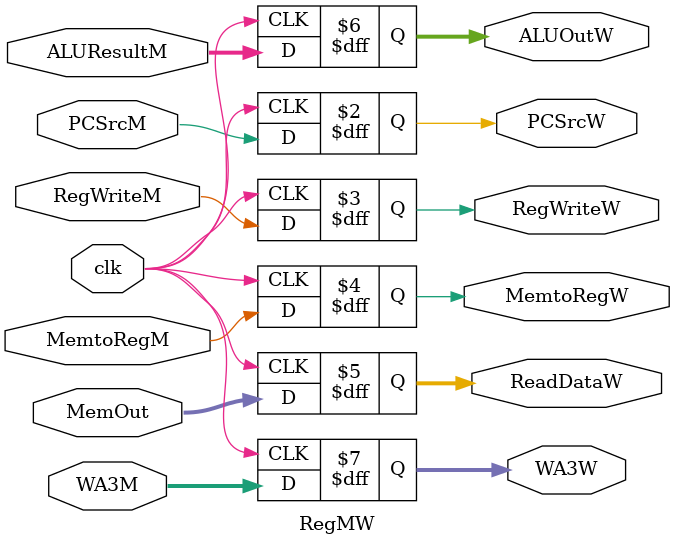
<source format=sv>
module RegMW (	input logic clk,
					input logic PCSrcM, RegWriteM, MemtoRegM,
					input logic [31:0] MemOut, ALUResultM,
					input logic [3:0] WA3M,
					output logic PCSrcW, RegWriteW, MemtoRegW,
					output logic [31:0] ReadDataW,ALUOutW,
					output logic [3:0] WA3W);
					

always_ff @(negedge clk) begin

		PCSrcW <= PCSrcM;
		RegWriteW <= RegWriteM;
		MemtoRegW <= MemtoRegM;
		ReadDataW <= MemOut;
		ALUOutW <= ALUResultM;
		WA3W <= WA3M;

end

endmodule 
</source>
